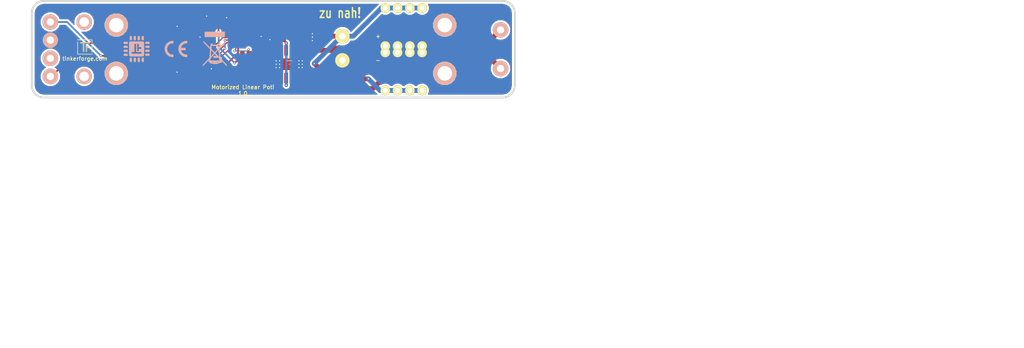
<source format=kicad_pcb>
(kicad_pcb (version 4) (host pcbnew 4.0.6-e0-6349~53~ubuntu16.04.1)
  (title_block (title "Motorized Linear Poti Bricklet") (date 2017-05-05) (rev 1.0) (company "Tinkerforge GmbH") (comment 1 "Licensed under CERN OHL v.1.1") (comment 2 "Copyright (©) 2017, L.Lauer <lukas@tinkerforge.com>"))
  (layers (0 Vorderseite signal) (31 Rückseite signal) (34 B.Paste user) (35 F.Paste user) (36 B.SilkS user) (37 F.SilkS user) (38 B.Mask user) (39 F.Mask user) (44 Edge.Cuts user))
  (net 0 "")
  (net 1 GND)
  (net 2 +5V)
  (net 3 AIN)
  (net 4 "Net-(P2-PadA)")
  (net 5 "Net-(P2-PadB)")
  (net 6 "Net-(RP1-Pad1)")
  (net 7 "Net-(RP1-Pad4)")
  (net 8 VCC)
  (net 9 "Net-(C3-Pad2)")
  (net 10 S-MISO)
  (net 11 S-MOSI)
  (net 12 S-CLK)
  (net 13 S-CS)
  (net 14 "Net-(P3-Pad2)")
  (net 15 "Net-(R1-Pad2)")
  (net 16 REV)
  (net 17 FWD)
  (net 18 "Net-(D1-Pad2)")
  (net 19 PWR)
  (net 20 "Net-(C6-Pad1)")
  (net 21 "Net-(P1-Pad4)")
  (net 22 "Net-(P1-Pad5)")
  (net 23 "Net-(P1-Pad6)")
  (module kicad-libraries:C1206 (layer Vorderseite) (at 133.3 98.15 180)
    (fp_text reference C3)
    (fp_text value TBD)
    (pad 1 smd rect (at -1.50114 0 180) (size 1.00076 1.6002) (layers Vorderseite F.Paste F.Mask) (net 1 GND))
    (pad 2 smd rect (at 1.50114 0 180) (size 1.00076 1.6002) (layers Vorderseite F.Paste F.Mask) (net 9 "Net-(C3-Pad2)"))
  )
  (module kicad-libraries:C0603E (layer Vorderseite) (at 128.8 98.65 180)
    (fp_text reference C1)
    (fp_text value 100nF)
    (pad 1 smd rect (at -0.8501 0 180) (size 1.1 1) (layers Vorderseite F.Paste F.Mask) (net 8 VCC))
    (pad 2 smd rect (at 0.8501 0 180) (size 1.1 1) (layers Vorderseite F.Paste F.Mask) (net 1 GND))
  )
  (module kicad-libraries:QFN24-4x4mm-0.5mm (layer Vorderseite) (at 120.55 98 90)
    (fp_text reference U1)
    (fp_text value XMC1XXX24)
    (pad 1 smd oval (at -2.025 -1.25 90) (size 1 0.3) (layers Vorderseite F.Paste F.Mask) (net 10 S-MISO))
    (pad 2 smd oval (at -2.025 -0.75 90) (size 1 0.3) (layers Vorderseite F.Paste F.Mask) (net 15 "Net-(R1-Pad2)"))
    (pad 3 smd oval (at -2.025 -0.25 90) (size 1 0.3) (layers Vorderseite F.Paste F.Mask) (net 3 AIN))
    (pad 4 smd oval (at -2.025 0.25 90) (size 1 0.3) (layers Vorderseite F.Paste F.Mask))
    (pad 5 smd oval (at -2.025 0.75 90) (size 1 0.3) (layers Vorderseite F.Paste F.Mask))
    (pad 6 smd oval (at -2.025 1.25 90) (size 1 0.3) (layers Vorderseite F.Paste F.Mask))
    (pad 7 smd oval (at -1.25 2.025 180) (size 1 0.3) (layers Vorderseite F.Paste F.Mask) (net 16 REV))
    (pad 8 smd oval (at -0.75 2.025 180) (size 1 0.3) (layers Vorderseite F.Paste F.Mask) (net 17 FWD))
    (pad 9 smd oval (at -0.25 2.025 180) (size 1 0.3) (layers Vorderseite F.Paste F.Mask) (net 1 GND))
    (pad 10 smd oval (at 0.25 2.025 180) (size 1 0.3) (layers Vorderseite F.Paste F.Mask) (net 8 VCC))
    (pad 11 smd oval (at 0.75 2.025 180) (size 1 0.3) (layers Vorderseite F.Paste F.Mask))
    (pad 12 smd oval (at 1.25 2.025 180) (size 1 0.3) (layers Vorderseite F.Paste F.Mask))
    (pad 13 smd oval (at 2.025 1.25 90) (size 1 0.3) (layers Vorderseite F.Paste F.Mask))
    (pad 14 smd oval (at 2.025 0.75 90) (size 1 0.3) (layers Vorderseite F.Paste F.Mask))
    (pad 15 smd oval (at 2.025 0.25 90) (size 1 0.3) (layers Vorderseite F.Paste F.Mask) (net 14 "Net-(P3-Pad2)"))
    (pad 16 smd oval (at 2.025 -0.25 90) (size 1 0.3) (layers Vorderseite F.Paste F.Mask))
    (pad 17 smd oval (at 2.025 -0.75 90) (size 1 0.3) (layers Vorderseite F.Paste F.Mask))
    (pad 18 smd oval (at 2.025 -1.25 90) (size 1 0.3) (layers Vorderseite F.Paste F.Mask))
    (pad 19 smd oval (at 1.25 -2.025 180) (size 1 0.3) (layers Vorderseite F.Paste F.Mask))
    (pad 20 smd oval (at 0.75 -2.025 180) (size 1 0.3) (layers Vorderseite F.Paste F.Mask))
    (pad 21 smd oval (at 0.25 -2.025 180) (size 1 0.3) (layers Vorderseite F.Paste F.Mask))
    (pad 22 smd oval (at -0.25 -2.025 180) (size 1 0.3) (layers Vorderseite F.Paste F.Mask) (net 13 S-CS))
    (pad 23 smd oval (at -0.75 -2.025 180) (size 1 0.3) (layers Vorderseite F.Paste F.Mask) (net 11 S-MOSI))
    (pad 24 smd oval (at -1.25 -2.025 180) (size 1 0.3) (layers Vorderseite F.Paste F.Mask) (net 12 S-CLK))
    (pad EXP smd rect (at 0.65 0.65 90) (size 1.3 1.3) (layers Vorderseite F.Paste F.Mask) (net 1 GND))
    (pad EXP smd rect (at 0.65 -0.65 90) (size 1.3 1.3) (layers Vorderseite F.Paste F.Mask) (net 1 GND))
    (pad EXP smd rect (at -0.65 0.65 90) (size 1.3 1.3) (layers Vorderseite F.Paste F.Mask) (net 1 GND))
    (pad EXP smd rect (at -0.65 -0.65 90) (size 1.3 1.3) (layers Vorderseite F.Paste F.Mask) (net 1 GND))
  )
  (module kicad-libraries:SolderJumper (layer Vorderseite) (at 119.05 94.1)
    (fp_text reference P3)
    (fp_text value BOOT)
    (pad 2 smd rect (at 0.55 0) (size 0.3 1.4) (layers Vorderseite F.Mask) (net 14 "Net-(P3-Pad2)"))
    (pad 2 smd rect (at 0.15 0) (size 0.6 0.5) (layers Vorderseite F.Mask) (net 14 "Net-(P3-Pad2)"))
    (pad 1 smd rect (at -0.5 0) (size 0.4 1.4) (layers Vorderseite F.Mask) (net 1 GND))
    (pad 1 smd rect (at -0.225 0.55) (size 0.95 0.3) (layers Vorderseite F.Mask) (net 1 GND))
    (pad 1 smd rect (at -0.225 -0.55) (size 0.95 0.3) (layers Vorderseite F.Mask) (net 1 GND))
  )
  (module kicad-libraries:CE_5mm (layer Rückseite) (at 107.5 100.6)
    (fp_text reference VAL hide)
    (fp_text value CE_5mm hide)
  )
  (module kicad-libraries:Logo_CoMCU (layer Rückseite) (at 99.3 100.6)
    (fp_text reference G*** hide)
    (fp_text value LOGO hide)
  )
  (module kicad-libraries:pin_array_4x2_388 (layer Vorderseite) (at 154.6 96.05)
    (fp_text reference P4)
    (fp_text value CONN_02X04)
    (pad 1 thru_hole circle (at -3.81 -3.935) (size 2 2) (drill 1.02) (layers *.Cu *.Mask F.SilkS) (net 19 PWR))
    (pad 3 thru_hole circle (at -1.27 -3.935) (size 2 2) (drill 1.02) (layers *.Cu *.Mask F.SilkS) (net 19 PWR))
    (pad 5 thru_hole circle (at 1.27 -3.935) (size 2 2) (drill 1.02) (layers *.Cu *.Mask F.SilkS) (net 19 PWR))
    (pad 7 thru_hole circle (at 3.81 -3.935) (size 2 2) (drill 1.02) (layers *.Cu *.Mask F.SilkS) (net 19 PWR))
    (pad 2 thru_hole circle (at -3.81 3.935) (size 2 2) (drill 1.02) (layers *.Cu *.Mask F.SilkS) (net 1 GND))
    (pad 4 thru_hole circle (at -1.27 3.935) (size 2 2) (drill 1.02) (layers *.Cu *.Mask F.SilkS) (net 1 GND))
    (pad 6 thru_hole circle (at 1.27 3.935) (size 2 2) (drill 1.02) (layers *.Cu *.Mask F.SilkS) (net 1 GND))
    (pad 8 thru_hole circle (at 3.81 3.935) (size 2 2) (drill 1.02) (layers *.Cu *.Mask F.SilkS) (net 1 GND))
  )
  (module kicad-libraries:pin_array_4x2_388 (layer Vorderseite) (at 154.6 105.25)
    (fp_text reference P5)
    (fp_text value CONN_02X04)
    (pad 1 thru_hole circle (at -3.81 -3.935) (size 2 2) (drill 1.02) (layers *.Cu *.Mask F.SilkS) (net 1 GND))
    (pad 3 thru_hole circle (at -1.27 -3.935) (size 2 2) (drill 1.02) (layers *.Cu *.Mask F.SilkS) (net 1 GND))
    (pad 5 thru_hole circle (at 1.27 -3.935) (size 2 2) (drill 1.02) (layers *.Cu *.Mask F.SilkS) (net 1 GND))
    (pad 7 thru_hole circle (at 3.81 -3.935) (size 2 2) (drill 1.02) (layers *.Cu *.Mask F.SilkS) (net 1 GND))
    (pad 2 thru_hole circle (at -3.81 3.935) (size 2 2) (drill 1.02) (layers *.Cu *.Mask F.SilkS) (net 19 PWR))
    (pad 4 thru_hole circle (at -1.27 3.935) (size 2 2) (drill 1.02) (layers *.Cu *.Mask F.SilkS) (net 19 PWR))
    (pad 6 thru_hole circle (at 1.27 3.935) (size 2 2) (drill 1.02) (layers *.Cu *.Mask F.SilkS) (net 19 PWR))
    (pad 8 thru_hole circle (at 3.81 3.935) (size 2 2) (drill 1.02) (layers *.Cu *.Mask F.SilkS) (net 19 PWR))
  )
  (module kicad-libraries:WEEE_7mm (layer Rückseite) (at 115.5 100.6)
    (fp_text reference G*** hide)
    (fp_text value LOGO hide)
  )
  (module kicad-libraries:Logo_31x31 (layer Vorderseite) (at 87 98.6)
    (fp_text reference G*** hide)
    (fp_text value Logo_31x31 hide)
  )
  (module kicad-libraries:DRILL_NP (layer Vorderseite) (at 95.1 95.65 270)
    (fp_text reference U3 hide)
    (fp_text value DRILL hide)
    (pad "" np_thru_hole circle (at 0 0 270) (size 2.99974 2.99974) (drill 2.99974) (layers *.Cu *.Mask F.SilkS) (clearance 0.89916))
  )
  (module kicad-libraries:DRILL_NP (layer Vorderseite) (at 163.1 105.65 90)
    (fp_text reference U6 hide)
    (fp_text value DRILL hide)
    (pad "" np_thru_hole circle (at 0 0 90) (size 2.99974 2.99974) (drill 2.99974) (layers *.Cu *.Mask F.SilkS) (clearance 0.89916))
  )
  (module kicad-libraries:DRILL_NP (layer Vorderseite) (at 163.1 95.65)
    (fp_text reference U5 hide)
    (fp_text value DRILL hide)
    (pad "" np_thru_hole circle (at 0 0) (size 2.99974 2.99974) (drill 2.99974) (layers *.Cu *.Mask F.SilkS) (clearance 0.89916))
  )
  (module kicad-libraries:DRILL_NP (layer Vorderseite) (at 95.1 105.65 90)
    (fp_text reference U4 hide)
    (fp_text value DRILL hide)
    (pad "" np_thru_hole circle (at 0 0 90) (size 2.99974 2.99974) (drill 2.99974) (layers *.Cu *.Mask F.SilkS) (clearance 0.89916))
  )
  (module kicad-libraries:C0603F (layer Vorderseite) (at 124.25 97.25 270)
    (fp_text reference C4)
    (fp_text value 100nF)
    (pad 1 smd rect (at -0.75 0 270) (size 0.9 0.9) (layers Vorderseite F.Paste F.Mask) (net 8 VCC))
    (pad 2 smd rect (at 0.75 0 270) (size 0.9 0.9) (layers Vorderseite F.Paste F.Mask) (net 1 GND))
  )
  (module kicad-libraries:C0603F (layer Vorderseite) (at 115.5 93.8 180)
    (fp_text reference C5)
    (fp_text value 1µF)
    (pad 1 smd rect (at -0.75 0 180) (size 0.9 0.9) (layers Vorderseite F.Paste F.Mask) (net 8 VCC))
    (pad 2 smd rect (at 0.75 0 180) (size 0.9 0.9) (layers Vorderseite F.Paste F.Mask) (net 1 GND))
  )
  (module kicad-libraries:C0402E (layer Vorderseite) (at 113.8 103.7 315)
    (fp_text reference C6)
    (fp_text value TBD)
    (pad 1 smd rect (at -0.65 0 315) (size 0.7 0.9) (layers Vorderseite F.Paste F.Mask) (net 20 "Net-(C6-Pad1)"))
    (pad 2 smd rect (at 0.65 0 315) (size 0.7 0.9) (layers Vorderseite F.Paste F.Mask) (net 1 GND))
  )
  (module kicad-libraries:AKL_5_2 (layer Vorderseite) (at 141.9 100.45 270)
    (fp_text reference J1)
    (fp_text value AKL_5_2)
    (pad 1 thru_hole circle (at -2.49936 0 270) (size 2.99974 2.99974) (drill 1.30048) (layers *.Cu *.Mask F.SilkS) (net 19 PWR))
    (pad 2 thru_hole circle (at 2.49936 0 270) (size 2.99974 2.99974) (drill 1.30048) (layers *.Cu *.Mask F.SilkS) (net 1 GND))
  )
  (module kicad-libraries:C0603E (layer Vorderseite) (at 111.95 93.65 90)
    (fp_text reference L1)
    (fp_text value INDUCT)
    (pad 1 smd rect (at -0.8501 0 90) (size 1.1 1) (layers Vorderseite F.Paste F.Mask) (net 2 +5V))
    (pad 2 smd rect (at 0.8501 0 90) (size 1.1 1) (layers Vorderseite F.Paste F.Mask) (net 9 "Net-(C3-Pad2)"))
  )
  (module kicad-libraries:C0603E (layer Vorderseite) (at 134 95.75 180)
    (fp_text reference L2)
    (fp_text value INDUCT)
    (pad 1 smd rect (at -0.8501 0 180) (size 1.1 1) (layers Vorderseite F.Paste F.Mask) (net 19 PWR))
    (pad 2 smd rect (at 0.8501 0 180) (size 1.1 1) (layers Vorderseite F.Paste F.Mask) (net 9 "Net-(C3-Pad2)"))
  )
  (module kicad-libraries:CON-SENSOR2 (layer Vorderseite) (at 106.5 100.65 270)
    (fp_text reference P1)
    (fp_text value CON-SENSOR2)
    (pad 1 smd rect (at -3.75 -4.6 270) (size 0.6 1.8) (layers Vorderseite F.Paste F.Mask) (net 2 +5V))
    (pad 2 smd rect (at -2.5 -4.6 270) (size 0.6 1.8) (layers Vorderseite F.Paste F.Mask) (net 1 GND))
    (pad EP smd rect (at -5.9 -1.2 270) (size 1.4 2.4) (layers Vorderseite F.Paste F.Mask) (net 1 GND))
    (pad EP smd rect (at 5.9 -1.2 270) (size 1.4 2.4) (layers Vorderseite F.Paste F.Mask) (net 1 GND))
    (pad 3 smd rect (at -1.25 -4.6 270) (size 0.6 1.8) (layers Vorderseite F.Paste F.Mask) (net 8 VCC))
    (pad 4 smd rect (at 0 -4.6 270) (size 0.6 1.8) (layers Vorderseite F.Paste F.Mask) (net 21 "Net-(P1-Pad4)"))
    (pad 5 smd rect (at 1.25 -4.6 270) (size 0.6 1.8) (layers Vorderseite F.Paste F.Mask) (net 22 "Net-(P1-Pad5)"))
    (pad 6 smd rect (at 2.5 -4.6 270) (size 0.6 1.8) (layers Vorderseite F.Paste F.Mask) (net 23 "Net-(P1-Pad6)"))
    (pad 7 smd rect (at 3.75 -4.6 270) (size 0.6 1.8) (layers Vorderseite F.Paste F.Mask) (net 20 "Net-(C6-Pad1)"))
  )
  (module kicad-libraries:R0603F (layer Vorderseite) (at 122.55 102.25 90)
    (fp_text reference R1)
    (fp_text value 1k)
    (pad 1 smd rect (at -0.75 0 90) (size 0.9 0.9) (layers Vorderseite F.Paste F.Mask) (net 18 "Net-(D1-Pad2)"))
    (pad 2 smd rect (at 0.75 0 90) (size 0.9 0.9) (layers Vorderseite F.Paste F.Mask) (net 15 "Net-(R1-Pad2)"))
  )
  (module kicad-libraries:4X0603 (layer Vorderseite) (at 125.85 101.45 270)
    (fp_text reference RP1)
    (fp_text value 1k)
    (pad 1 smd rect (at -1.19888 -0.8509 270) (size 0.44958 0.89916) (layers Vorderseite F.Paste F.Mask) (net 6 "Net-(RP1-Pad1)"))
    (pad 2 smd rect (at -0.39878 -0.8509 270) (size 0.44958 0.89916) (layers Vorderseite F.Paste F.Mask))
    (pad 3 smd rect (at 0.39878 -0.8509 270) (size 0.44958 0.89916) (layers Vorderseite F.Paste F.Mask))
    (pad 4 smd rect (at 1.19888 -0.8509 270) (size 0.44958 0.89916) (layers Vorderseite F.Paste F.Mask) (net 7 "Net-(RP1-Pad4)"))
    (pad 5 smd rect (at 1.19888 0.8509 270) (size 0.44958 0.89916) (layers Vorderseite F.Paste F.Mask) (net 16 REV))
    (pad 6 smd rect (at 0.39878 0.8509 270) (size 0.44958 0.89916) (layers Vorderseite F.Paste F.Mask))
    (pad 7 smd rect (at -0.39878 0.8509 270) (size 0.44958 0.89916) (layers Vorderseite F.Paste F.Mask))
    (pad 8 smd rect (at -1.19888 0.8509 270) (size 0.44958 0.89916) (layers Vorderseite F.Paste F.Mask) (net 17 FWD))
  )
  (module kicad-libraries:4X0402 (layer Vorderseite) (at 115.1 101.4 270)
    (fp_text reference RP3)
    (fp_text value TBD)
    (pad 1 smd rect (at -0.7493 0.575 90) (size 0.29972 0.65) (layers Vorderseite F.Paste F.Mask) (net 21 "Net-(P1-Pad4)"))
    (pad 2 smd rect (at -0.24892 0.575 90) (size 0.29972 0.65) (layers Vorderseite F.Paste F.Mask) (net 22 "Net-(P1-Pad5)"))
    (pad 3 smd rect (at 0.24892 0.575 90) (size 0.29972 0.65) (layers Vorderseite F.Paste F.Mask) (net 23 "Net-(P1-Pad6)"))
    (pad 4 smd rect (at 0.7493 0.575 90) (size 0.29972 0.65) (layers Vorderseite F.Paste F.Mask) (net 20 "Net-(C6-Pad1)"))
    (pad 5 smd rect (at 0.7493 -0.575 270) (size 0.29972 0.65) (layers Vorderseite F.Paste F.Mask) (net 10 S-MISO))
    (pad 6 smd rect (at 0.24892 -0.575 270) (size 0.29972 0.65) (layers Vorderseite F.Paste F.Mask) (net 11 S-MOSI))
    (pad 7 smd rect (at -0.24892 -0.575 270) (size 0.29972 0.65) (layers Vorderseite F.Paste F.Mask) (net 12 S-CLK))
    (pad 8 smd rect (at -0.7493 -0.575 270) (size 0.29972 0.65) (layers Vorderseite F.Paste F.Mask) (net 13 S-CS))
  )
  (module kicad-libraries:SO-8-EP (layer Vorderseite) (at 130.9 103.75 180)
    (fp_text reference U2 (at 0 0 180) (layer F.SilkS) (effects (font (size 0.15 0.15) (thickness 0.0375))))
    (fp_text value ZXBM5210 (at 0 0.7 180) (layer F.SilkS) (effects (font (size 0.15 0.15) (thickness 0.0375))))
    (pad 1 smd rect (at -1.90246 2.86766) (size 0.79756 2.19964) (layers Vorderseite F.Paste F.Mask) (net 4 "Net-(P2-PadA)"))
    (pad 2 smd rect (at -0.63246 2.86766) (size 0.79756 2.19964) (layers Vorderseite F.Paste F.Mask) (net 9 "Net-(C3-Pad2)"))
    (pad 3 smd rect (at 0.63246 2.86766) (size 0.79756 2.19964) (layers Vorderseite F.Paste F.Mask) (net 8 VCC))
    (pad 4 smd rect (at 1.90246 2.86766) (size 0.79756 2.19964) (layers Vorderseite F.Paste F.Mask) (net 6 "Net-(RP1-Pad1)"))
    (pad 5 smd rect (at 1.90246 -2.86766 180) (size 0.79756 2.19964) (layers Vorderseite F.Paste F.Mask) (net 7 "Net-(RP1-Pad4)"))
    (pad 6 smd rect (at 0.63246 -2.86766 180) (size 0.79756 2.19964) (layers Vorderseite F.Paste F.Mask) (net 8 VCC))
    (pad 7 smd rect (at -0.63246 -2.86766 180) (size 0.79756 2.19964) (layers Vorderseite F.Paste F.Mask) (net 5 "Net-(P2-PadB)"))
    (pad 8 smd rect (at -1.90246 -2.86766 180) (size 0.79756 2.19964) (layers Vorderseite F.Paste F.Mask) (net 1 GND))
    (pad EP smd rect (at 0 0 180) (size 3.3 2.4) (layers Vorderseite F.Paste F.Mask) (net 1 GND))
  )
  (module kicad-libraries:Fiducial_Mark (layer Vorderseite) (at 100.6 93.6)
    (fp_text reference Fiducial_Mark hide)
    (fp_text value VAL** hide)
    (pad 1 smd circle (at 0 0) (size 1.00076 1.00076) (layers Vorderseite F.Paste F.Mask) (clearance 0.65024))
  )
  (module kicad-libraries:Fiducial_Mark (layer Vorderseite) (at 100.6 106.6)
    (fp_text reference Fiducial_Mark hide)
    (fp_text value VAL** hide)
    (pad 1 smd circle (at 0 0) (size 1.00076 1.00076) (layers Vorderseite F.Paste F.Mask) (clearance 0.65024))
  )
  (module kicad-libraries:Fiducial_Mark (layer Vorderseite) (at 173.6 93.6)
    (fp_text reference Fiducial_Mark hide)
    (fp_text value VAL** hide)
    (pad 1 smd circle (at 0 0) (size 1.00076 1.00076) (layers Vorderseite F.Paste F.Mask) (clearance 0.65024))
  )
  (module kicad-libraries:D0603F (layer Vorderseite) (at 121.2 102.3 90)
    (fp_text reference D1)
    (fp_text value blue)
    (pad 1 smd rect (at -0.75 0 90) (size 0.9 0.9) (layers Vorderseite F.Paste F.Mask) (net 8 VCC))
    (pad 2 smd rect (at 0.75 0 90) (size 0.9 0.9) (layers Vorderseite F.Paste F.Mask) (net 18 "Net-(D1-Pad2)"))
  )
  (module kicad-libraries:C0805 (layer Vorderseite) (at 113.4 98.35 90)
    (fp_text reference C2)
    (fp_text value 10µF)
    (pad 1 smd rect (at -1.00076 0 90) (size 1.00076 1.24968) (layers Vorderseite F.Paste F.Mask) (net 8 VCC) (clearance 0.14986))
    (pad 2 smd rect (at 1.00076 0 90) (size 1.00076 1.24968) (layers Vorderseite F.Paste F.Mask) (net 1 GND) (clearance 0.14986))
  )
  (module kicad-libraries:MOTORIZED_POTI (layer Rückseite) (at 145.1 100.65)
    (fp_text reference P2)
    (fp_text value MOTORIZED_POTI)
    (pad 1 thru_hole circle (at -63.65 5.625) (size 3.2 3.2) (drill 1.5) (layers *.Cu *.Mask B.SilkS) (net 8 VCC))
    (pad 2 thru_hole circle (at -63.65 1.875) (size 3.2 3.2) (drill 1.5) (layers *.Cu *.Mask B.SilkS))
    (pad 3 thru_hole circle (at -63.65 -1.875) (size 3.2 3.2) (drill 1.5) (layers *.Cu *.Mask B.SilkS) (net 1 GND))
    (pad 4 thru_hole circle (at -63.65 -5.625) (size 3.2 3.2) (drill 1.5) (layers *.Cu *.Mask B.SilkS) (net 3 AIN))
    (pad "" thru_hole circle (at -56.65 5.625) (size 3.2 3.2) (drill 2) (layers *.Cu *.Mask B.SilkS))
    (pad "" thru_hole circle (at -56.65 -5.625) (size 3.2 3.2) (drill 2) (layers *.Cu *.Mask B.SilkS))
    (pad A thru_hole circle (at 29.55 -4) (size 3.2 3.2) (drill 1.5) (layers *.Cu *.Mask B.SilkS) (net 4 "Net-(P2-PadA)"))
    (pad B thru_hole circle (at 29.55 4) (size 3.2 3.2) (drill 1.5) (layers *.Cu *.Mask B.SilkS) (net 5 "Net-(P2-PadB)"))
  )
  (gr_text "zu nah!" (at 141.425 93.15) (layer F.SilkS) (effects (font (size 2.032 1.524) (thickness 0.3048))))
  (gr_line (start 77.6 93.15) (end 77.6 108.15) (angle 90) (layer Edge.Cuts) (width 0.381))
  (gr_line (start 177.6 93.15) (end 177.6 108.15) (angle 90) (layer Edge.Cuts) (width 0.381))
  (gr_text - (at 149.3 102.95) (layer F.SilkS) (effects (font (size 0.8001 0.8001) (thickness 0.14986))))
  (gr_text + (at 149.3 97.95) (layer F.SilkS) (effects (font (size 0.8001 0.8001) (thickness 0.14986))))
  (gr_arc (start 80.1 108.15) (end 80.1 110.65) (angle 90) (layer Edge.Cuts) (width 0.381))
  (gr_line (start 175.1 110.65) (end 80.1 110.65) (angle 90) (layer Edge.Cuts) (width 0.381))
  (gr_arc (start 80.1 93.15) (end 77.6 93.15) (angle 90) (layer Edge.Cuts) (width 0.381))
  (gr_line (start 175.1 90.65) (end 80.1 90.65) (angle 90) (layer Edge.Cuts) (width 0.381))
  (gr_arc (start 175.1 108.15) (end 177.6 108.15) (angle 90) (layer Edge.Cuts) (width 0.381))
  (gr_arc (start 175.1 93.15) (end 175.1 90.65) (angle 90) (layer Edge.Cuts) (width 0.381))
  (gr_text tinkerforge.com (at 88.6 102.6) (layer F.SilkS) (effects (font (size 0.8001 0.8001) (thickness 0.14986))))
  (gr_text "Motorized Linear Poti\n1.0" (at 121.3 109.15) (layer F.SilkS) (effects (font (size 0.8001 0.8001) (thickness 0.14986))))
  (segment (start 124.25 98) (end 125.1 98) (width 0.5) (layer Vorderseite) (net 1))
  (via (at 125.1 98) (size 0.70104) (drill 0.24892) (layers Vorderseite Rückseite) (net 1))
  (segment (start 118.825 93.55) (end 118.775 93.6) (width 0.2) (layer Vorderseite) (net 1))
  (segment (start 118.775 93.6) (end 118.6 93.6) (width 0.2) (layer Vorderseite) (net 1))
  (segment (start 118.6 93.6) (end 118.55 94.1) (width 0.2) (layer Vorderseite) (net 1))
  (segment (start 118.55 94.1) (end 118.6 94.05) (width 0.2) (layer Vorderseite) (net 1))
  (segment (start 118.6 94.05) (end 118.6 93.6) (width 0.2) (layer Vorderseite) (net 1))
  (segment (start 118.6 93.6) (end 118.55 94.1) (width 0.2) (layer Vorderseite) (net 1))
  (segment (start 118.825 94.65) (end 118.775 94.6) (width 0.2) (layer Vorderseite) (net 1))
  (segment (start 118.775 94.6) (end 118.6 94.6) (width 0.2) (layer Vorderseite) (net 1))
  (segment (start 118.6 94.6) (end 118.6 94.1) (width 0.2) (layer Vorderseite) (net 1))
  (segment (start 118.6 94.1) (end 118.55 94.1) (width 0.2) (layer Vorderseite) (net 1))
  (segment (start 107.7 106.55) (end 107.7 105.4) (width 0.5) (layer Vorderseite) (net 1))
  (via (at 107.7 105.4) (size 0.5) (drill 0.25) (layers Vorderseite Rückseite) (net 1))
  (segment (start 107.7 94.75) (end 107.7 95.9) (width 0.5) (layer Vorderseite) (net 1))
  (via (at 107.7 95.9) (size 0.5) (drill 0.25) (layers Vorderseite Rückseite) (net 1))
  (segment (start 114.259619 104.159619) (end 114.8 104.7) (width 0.5) (layer Vorderseite) (net 1))
  (via (at 114.8 104.7) (size 0.5) (drill 0.25) (layers Vorderseite Rückseite) (net 1))
  (segment (start 113.4 97.4999) (end 113.1001 97.4999) (width 0.5) (layer Vorderseite) (net 1))
  (segment (start 113.1001 97.4999) (end 112.45 98.15) (width 0.5) (layer Vorderseite) (net 1))
  (segment (start 111.1 98.15) (end 112.45 98.15) (width 0.5) (layer Vorderseite) (net 1))
  (via (at 112.45 98.15) (size 0.5) (drill 0.25) (layers Vorderseite Rückseite) (net 1))
  (segment (start 114.75 93.8) (end 113.8 93.8) (width 0.5) (layer Vorderseite) (net 1))
  (via (at 113.8 93.8) (size 0.5) (drill 0.25) (layers Vorderseite Rückseite) (net 1))
  (segment (start 122.575 98.25) (end 124 98.25) (width 0.25) (layer Vorderseite) (net 1))
  (segment (start 124 98.25) (end 124.25 98) (width 0.25) (layer Vorderseite) (net 1))
  (segment (start 118.55 94.1) (end 117.95 94.1) (width 0.25) (layer Vorderseite) (net 1))
  (via (at 117.95 94.1) (size 0.5) (drill 0.25) (layers Vorderseite Rückseite) (net 1))
  (segment (start 122.575 98.25) (end 121.6 98.25) (width 0.25) (layer Vorderseite) (net 1))
  (segment (start 121.6 98.25) (end 121.2 98.65) (width 0.25) (layer Vorderseite) (net 1))
  (segment (start 121.2 97.35) (end 119.9 97.35) (width 0.35052) (layer Vorderseite) (net 1))
  (segment (start 119.9 97.35) (end 119.9 98.65) (width 0.35052) (layer Vorderseite) (net 1))
  (segment (start 119.9 98.65) (end 121.2 98.65) (width 0.35052) (layer Vorderseite) (net 1))
  (segment (start 121.2 98.65) (end 121.2 97.35) (width 0.35052) (layer Vorderseite) (net 1))
  (segment (start 134.80114 98.15) (end 134.80114 98.15114) (width 0.8001) (layer Vorderseite) (net 1))
  (segment (start 134.80114 98.15114) (end 135.5 98.85) (width 0.8001) (layer Vorderseite) (net 1))
  (via (at 135.7 98.85) (size 0.70104) (layers Vorderseite Rückseite) (net 1))
  (segment (start 135.5 98.85) (end 135.7 98.85) (width 0.8001) (layer Vorderseite) (net 1))
  (segment (start 134.80114 98.15) (end 134.80114 98.04886) (width 0.8001) (layer Vorderseite) (net 1))
  (segment (start 134.80114 98.04886) (end 135.4 97.45) (width 0.8001) (layer Vorderseite) (net 1))
  (via (at 135.7 97.45) (size 0.70104) (layers Vorderseite Rückseite) (net 1))
  (segment (start 135.4 97.45) (end 135.7 97.45) (width 0.8001) (layer Vorderseite) (net 1))
  (segment (start 134.80114 98.15) (end 135.7 98.15) (width 0.8001) (layer Vorderseite) (net 1))
  (via (at 135.7 98.15) (size 0.70104) (layers Vorderseite Rückseite) (net 1))
  (segment (start 127.9499 98.65) (end 126.9 98.65) (width 0.8001) (layer Vorderseite) (net 1))
  (via (at 126.9 98.65) (size 0.70104) (layers Vorderseite Rückseite) (net 1))
  (segment (start 132.80246 106.61766) (end 132.80246 104.54754) (width 0.8001) (layer Vorderseite) (net 1))
  (via (at 132.9 104.45) (size 0.70104) (layers Vorderseite Rückseite) (net 1))
  (segment (start 132.80246 104.54754) (end 132.9 104.45) (width 0.8001) (layer Vorderseite) (net 1))
  (segment (start 132.9 104.45) (end 132.9 103.75) (width 0.8001) (layer Vorderseite) (net 1))
  (segment (start 133.6 104.45) (end 133.6 103.75) (width 0.8001) (layer Vorderseite) (net 1))
  (via (at 133.6 103.75) (size 0.70104) (layers Vorderseite Rückseite) (net 1))
  (segment (start 133.6 103.05) (end 132.9 103.05) (width 0.8001) (layer Vorderseite) (net 1))
  (via (at 132.9 103.05) (size 0.70104) (layers Vorderseite Rückseite) (net 1))
  (segment (start 130.9 103.75) (end 132.9 103.75) (width 0.8001) (layer Vorderseite) (net 1))
  (via (at 132.9 103.75) (size 0.70104) (layers Vorderseite Rückseite) (net 1))
  (segment (start 132.9 103.05) (end 132.9 103.75) (width 0.8001) (layer Vorderseite) (net 1))
  (via (at 133.6 103.05) (size 0.70104) (layers Vorderseite Rückseite) (net 1))
  (segment (start 133.6 103.75) (end 133.6 103.05) (width 0.8001) (layer Vorderseite) (net 1))
  (via (at 133.6 104.45) (size 0.70104) (layers Vorderseite Rückseite) (net 1))
  (segment (start 132.9 104.45) (end 133.6 104.45) (width 0.8001) (layer Vorderseite) (net 1))
  (segment (start 128.2 103.05) (end 128.9 103.05) (width 0.8001) (layer Vorderseite) (net 1))
  (segment (start 130.9 103.75) (end 128.9 103.75) (width 0.8001) (layer Vorderseite) (net 1))
  (via (at 128.9 103.05) (size 0.70104) (layers Vorderseite Rückseite) (net 1))
  (segment (start 128.9 103.75) (end 128.9 103.05) (width 0.8001) (layer Vorderseite) (net 1))
  (via (at 128.2 103.05) (size 0.70104) (layers Vorderseite Rückseite) (net 1))
  (segment (start 128.2 103.75) (end 128.2 104.45) (width 0.8001) (layer Vorderseite) (net 1))
  (via (at 128.2 104.45) (size 0.70104) (layers Vorderseite Rückseite) (net 1))
  (via (at 128.9 103.75) (size 0.70104) (layers Vorderseite Rückseite) (net 1))
  (segment (start 128.9 104.45) (end 128.9 103.75) (width 0.8001) (layer Vorderseite) (net 1))
  (via (at 128.9 104.45) (size 0.70104) (layers Vorderseite Rückseite) (net 1))
  (segment (start 128.2 104.45) (end 128.9 104.45) (width 0.8001) (layer Vorderseite) (net 1))
  (via (at 128.2 103.75) (size 0.70104) (layers Vorderseite Rückseite) (net 1))
  (segment (start 128.2 103.05) (end 128.2 103.75) (width 0.8001) (layer Vorderseite) (net 1))
  (segment (start 111.1 96.9) (end 111.1 96.3) (width 0.8001) (layer Vorderseite) (net 2))
  (segment (start 111.95 95.45) (end 111.95 94.5001) (width 0.8001) (layer Vorderseite) (net 2))
  (segment (start 111.1 96.3) (end 111.95 95.45) (width 0.8001) (layer Vorderseite) (net 2))
  (segment (start 106.3 102) (end 109.6 105.3) (width 0.35052) (layer Vorderseite) (net 3))
  (segment (start 120.3 101.4) (end 120.3 100.025) (width 0.35052) (layer Vorderseite) (net 3))
  (segment (start 116.4 105.3) (end 120.3 101.4) (width 0.35052) (layer Vorderseite) (net 3))
  (segment (start 109.6 105.3) (end 116.4 105.3) (width 0.35052) (layer Vorderseite) (net 3))
  (segment (start 84.925 95.025) (end 91.9 102) (width 0.35052) (layer Rückseite) (net 3))
  (via (at 91.9 102) (size 0.5) (drill 0.25) (layers Vorderseite Rückseite) (net 3))
  (segment (start 91.9 102) (end 106.3 102) (width 0.35052) (layer Vorderseite) (net 3))
  (segment (start 81.45 95.025) (end 84.925 95.025) (width 0.35052) (layer Rückseite) (net 3))
  (segment (start 132.80246 100.88234) (end 139.56766 100.88234) (width 1.00076) (layer Vorderseite) (net 4))
  (segment (start 171.25 100.05) (end 174.65 96.65) (width 1.00076) (layer Vorderseite) (net 4))
  (segment (start 161.5 100.05) (end 171.25 100.05) (width 1.00076) (layer Vorderseite) (net 4))
  (segment (start 158.85 97.4) (end 161.5 100.05) (width 1.00076) (layer Vorderseite) (net 4))
  (segment (start 148.1 97.4) (end 158.85 97.4) (width 1.00076) (layer Vorderseite) (net 4))
  (segment (start 145.1 100.4) (end 148.1 97.4) (width 1.00076) (layer Vorderseite) (net 4))
  (segment (start 140.05 100.4) (end 145.1 100.4) (width 1.00076) (layer Vorderseite) (net 4))
  (segment (start 139.56766 100.88234) (end 140.05 100.4) (width 1.00076) (layer Vorderseite) (net 4))
  (segment (start 174.65 96.65) (end 173.6 96.65) (width 1.00076) (layer Vorderseite) (net 4))
  (segment (start 131.53246 106.61766) (end 131.53246 108.28246) (width 1.00076) (layer Vorderseite) (net 5))
  (segment (start 171.7 101.7) (end 174.65 104.65) (width 1.00076) (layer Vorderseite) (net 5))
  (segment (start 161.5 101.7) (end 171.7 101.7) (width 1.00076) (layer Vorderseite) (net 5))
  (segment (start 159.75 103.45) (end 161.5 101.7) (width 1.00076) (layer Vorderseite) (net 5))
  (segment (start 153.55 103.45) (end 159.75 103.45) (width 1.00076) (layer Vorderseite) (net 5))
  (segment (start 148.2 108.8) (end 153.55 103.45) (width 1.00076) (layer Vorderseite) (net 5))
  (segment (start 132.05 108.8) (end 148.2 108.8) (width 1.00076) (layer Vorderseite) (net 5))
  (segment (start 131.53246 108.28246) (end 132.05 108.8) (width 1.00076) (layer Vorderseite) (net 5))
  (segment (start 174.65 104.65) (end 173.9 104.65) (width 1.00076) (layer Vorderseite) (net 5))
  (segment (start 126.7009 100.25112) (end 128.36632 100.25112) (width 0.35052) (layer Vorderseite) (net 6))
  (segment (start 128.36632 100.25112) (end 128.99754 100.88234) (width 0.35052) (layer Vorderseite) (net 6))
  (segment (start 126.7009 102.64888) (end 126.7009 105.5509) (width 0.35052) (layer Vorderseite) (net 7))
  (segment (start 127.76766 106.61766) (end 128.99754 106.61766) (width 0.35052) (layer Vorderseite) (net 7))
  (segment (start 126.7009 105.5509) (end 127.76766 106.61766) (width 0.35052) (layer Vorderseite) (net 7))
  (segment (start 130.26754 106.61766) (end 130.26754 108.06754) (width 0.5) (layer Vorderseite) (net 8))
  (segment (start 130.3 99.4) (end 130.26754 99.4) (width 0.5) (layer Vorderseite) (net 8))
  (via (at 130.3 99.4) (size 0.70104) (drill 0.24892) (layers Vorderseite Rückseite) (net 8))
  (segment (start 130.3 108.1) (end 130.3 99.4) (width 0.5) (layer Rückseite) (net 8))
  (via (at 130.3 108.1) (size 0.70104) (drill 0.24892) (layers Vorderseite Rückseite) (net 8))
  (segment (start 130.26754 108.06754) (end 130.3 108.1) (width 0.5) (layer Vorderseite) (net 8))
  (segment (start 116.25 97) (end 116.25 97.05) (width 0.35052) (layer Vorderseite) (net 8))
  (via (at 116.25 97.05) (size 0.5) (drill 0.25) (layers Vorderseite Rückseite) (net 8))
  (segment (start 119.9499 103.1501) (end 121.2 103.1501) (width 0.35052) (layer Vorderseite) (net 8))
  (segment (start 119.6 103.5) (end 119.9499 103.1501) (width 0.35052) (layer Vorderseite) (net 8))
  (via (at 119.6 103.5) (size 0.5) (drill 0.25) (layers Vorderseite Rückseite) (net 8))
  (segment (start 116.3 100.2) (end 119.6 103.5) (width 0.35052) (layer Rückseite) (net 8))
  (segment (start 116.3 97) (end 116.3 100.2) (width 0.35052) (layer Rückseite) (net 8))
  (segment (start 116.25 97.05) (end 116.3 97) (width 0.35052) (layer Rückseite) (net 8))
  (segment (start 81.45 106.275) (end 81.725 106.275) (width 0.35052) (layer Vorderseite) (net 8))
  (segment (start 81.725 106.275) (end 88.6 99.4) (width 0.35052) (layer Vorderseite) (net 8))
  (segment (start 88.6 99.4) (end 111.1 99.4) (width 0.35052) (layer Vorderseite) (net 8))
  (segment (start 113.4 99.1) (end 114.2 99.1) (width 0.35052) (layer Vorderseite) (net 8))
  (segment (start 116.25 97) (end 116.25 93.8) (width 0.35052) (layer Vorderseite) (net 8))
  (segment (start 114.2 99.1) (end 116.25 97.05) (width 0.35052) (layer Vorderseite) (net 8))
  (segment (start 116.25 93.8) (end 116.925502 93.8) (width 0.35052) (layer Vorderseite) (net 8))
  (segment (start 123.925502 93.025502) (end 125.7 94.8) (width 0.35052) (layer Vorderseite) (net 8))
  (segment (start 117.7 93.025502) (end 123.925502 93.025502) (width 0.35052) (layer Vorderseite) (net 8))
  (segment (start 116.925502 93.8) (end 117.7 93.025502) (width 0.35052) (layer Vorderseite) (net 8))
  (segment (start 124.25 96.5) (end 124.25 96.25) (width 0.5) (layer Vorderseite) (net 8))
  (segment (start 124.25 96.25) (end 125.7 94.8) (width 0.5) (layer Vorderseite) (net 8))
  (segment (start 125.7 94.8) (end 125.75005 94.74995) (width 0.5) (layer Vorderseite) (net 8))
  (segment (start 125.75005 94.74995) (end 129.6501 98.65) (width 0.5) (layer Vorderseite) (net 8))
  (segment (start 122.575 97.75) (end 123.1 97.75) (width 0.25) (layer Vorderseite) (net 8))
  (segment (start 123.45 96.85) (end 123.8 96.5) (width 0.25) (layer Vorderseite) (net 8))
  (segment (start 123.45 97.4) (end 123.45 96.85) (width 0.25) (layer Vorderseite) (net 8))
  (segment (start 123.1 97.75) (end 123.45 97.4) (width 0.25) (layer Vorderseite) (net 8))
  (segment (start 123.8 96.5) (end 124.25 96.5) (width 0.25) (layer Vorderseite) (net 8))
  (segment (start 130.26754 100.88234) (end 130.26754 99.4) (width 0.45) (layer Vorderseite) (net 8))
  (segment (start 130.26754 99.4) (end 130.26754 99.26744) (width 0.45) (layer Vorderseite) (net 8))
  (segment (start 130.26754 99.26744) (end 129.6501 98.65) (width 0.45) (layer Vorderseite) (net 8))
  (segment (start 111.1 99.4) (end 113.2001 99.4) (width 0.45) (layer Vorderseite) (net 8))
  (segment (start 113.2001 99.4) (end 113.4 99.2001) (width 0.45) (layer Vorderseite) (net 8))
  (segment (start 111.95 92.7999) (end 111.95 92.25) (width 1.00076) (layer Vorderseite) (net 9))
  (segment (start 111.95 92.25) (end 112 92.2) (width 1.00076) (layer Vorderseite) (net 9))
  (segment (start 132.175 95.975) (end 132.175 95.75) (width 1.00076) (layer Vorderseite) (net 9))
  (segment (start 128.4 92.2) (end 132.175 95.975) (width 1.00076) (layer Vorderseite) (net 9))
  (segment (start 112 92.2) (end 128.4 92.2) (width 1.00076) (layer Vorderseite) (net 9))
  (segment (start 131.53246 100.88234) (end 131.53246 99.41754) (width 1.00076) (layer Vorderseite) (net 9))
  (segment (start 131.79886 99.15114) (end 131.79886 98.15) (width 1.00076) (layer Vorderseite) (net 9))
  (segment (start 131.53246 99.41754) (end 131.79886 99.15114) (width 1.00076) (layer Vorderseite) (net 9))
  (segment (start 133.1499 95.75) (end 132.175 95.75) (width 1.00076) (layer Vorderseite) (net 9))
  (segment (start 132.175 95.75) (end 132.4 95.75) (width 1.00076) (layer Vorderseite) (net 9))
  (segment (start 131.79886 96.35114) (end 131.79886 98.15) (width 1.00076) (layer Vorderseite) (net 9))
  (segment (start 132.4 95.75) (end 131.79886 96.35114) (width 1.00076) (layer Vorderseite) (net 9))
  (segment (start 115.675 102.1493) (end 116.9507 102.1493) (width 0.25) (layer Vorderseite) (net 10))
  (segment (start 119.075 100.025) (end 119.3 100.025) (width 0.25) (layer Vorderseite) (net 10))
  (segment (start 116.9507 102.1493) (end 119.075 100.025) (width 0.25) (layer Vorderseite) (net 10))
  (segment (start 115.675 101.64892) (end 116.45108 101.64892) (width 0.25) (layer Vorderseite) (net 11))
  (segment (start 117.65 98.75) (end 118.525 98.75) (width 0.25) (layer Vorderseite) (net 11))
  (segment (start 117.6 98.8) (end 117.65 98.75) (width 0.25) (layer Vorderseite) (net 11))
  (via (at 117.6 98.8) (size 0.5) (drill 0.25) (layers Vorderseite Rückseite) (net 11))
  (segment (start 117.6 100.5) (end 117.6 98.8) (width 0.25) (layer Rückseite) (net 11))
  (via (at 117.6 100.5) (size 0.5) (drill 0.25) (layers Vorderseite Rückseite) (net 11))
  (segment (start 116.45108 101.64892) (end 117.6 100.5) (width 0.25) (layer Vorderseite) (net 11))
  (segment (start 115.675 101.15108) (end 116.14892 101.15108) (width 0.25) (layer Vorderseite) (net 12))
  (segment (start 116.14892 101.15108) (end 118.05 99.25) (width 0.25) (layer Vorderseite) (net 12))
  (segment (start 118.05 99.25) (end 118.525 99.25) (width 0.25) (layer Vorderseite) (net 12))
  (segment (start 115.675 100.6507) (end 115.675 99.725) (width 0.25) (layer Vorderseite) (net 13))
  (segment (start 117.15 98.25) (end 118.525 98.25) (width 0.25) (layer Vorderseite) (net 13))
  (segment (start 115.675 99.725) (end 117.15 98.25) (width 0.25) (layer Vorderseite) (net 13))
  (segment (start 119.2 94.1) (end 119.6 94.1) (width 0.2) (layer Vorderseite) (net 14))
  (segment (start 119.2 94.1) (end 120.4 94.1) (width 0.25) (layer Vorderseite) (net 14))
  (segment (start 120.8 94.5) (end 120.8 95.975) (width 0.25) (layer Vorderseite) (net 14))
  (segment (start 120.4 94.1) (end 120.8 94.5) (width 0.25) (layer Vorderseite) (net 14))
  (segment (start 122.55 101.5) (end 122.55 100.75) (width 0.2) (layer Vorderseite) (net 15))
  (segment (start 119.8 100.8) (end 119.6 101) (width 0.2) (layer Vorderseite) (net 15))
  (via (at 119.6 101) (size 0.5) (drill 0.25) (layers Vorderseite Rückseite) (net 15))
  (segment (start 119.8 100.8) (end 119.8 100.025) (width 0.2) (layer Vorderseite) (net 15))
  (segment (start 122.2 101) (end 119.6 101) (width 0.2) (layer Rückseite) (net 15))
  (segment (start 122.5 100.7) (end 122.2 101) (width 0.2) (layer Rückseite) (net 15))
  (via (at 122.5 100.7) (size 0.5) (drill 0.25) (layers Vorderseite Rückseite) (net 15))
  (segment (start 122.55 100.75) (end 122.5 100.7) (width 0.2) (layer Vorderseite) (net 15))
  (segment (start 122.575 99.25) (end 123 99.25) (width 0.25) (layer Vorderseite) (net 16))
  (segment (start 123 99.25) (end 123.8 100.05) (width 0.25) (layer Vorderseite) (net 16))
  (segment (start 123.8 100.05) (end 123.8 101.95) (width 0.25) (layer Vorderseite) (net 16))
  (segment (start 123.8 101.95) (end 124.49888 102.64888) (width 0.25) (layer Vorderseite) (net 16))
  (segment (start 124.49888 102.64888) (end 124.9991 102.64888) (width 0.25) (layer Vorderseite) (net 16))
  (segment (start 122.575 98.75) (end 123.8 98.75) (width 0.25) (layer Vorderseite) (net 17))
  (segment (start 124.9991 99.9491) (end 124.9991 100.25112) (width 0.25) (layer Vorderseite) (net 17))
  (segment (start 123.8 98.75) (end 124.9991 99.9491) (width 0.25) (layer Vorderseite) (net 17))
  (segment (start 122.55 103) (end 122.55 102.45) (width 0.25) (layer Vorderseite) (net 18))
  (segment (start 121.55 102.3) (end 121.2 101.95) (width 0.25) (layer Vorderseite) (net 18))
  (segment (start 122.4 102.3) (end 121.55 102.3) (width 0.25) (layer Vorderseite) (net 18))
  (segment (start 122.55 102.45) (end 122.4 102.3) (width 0.25) (layer Vorderseite) (net 18))
  (segment (start 121.2 101.95) (end 121.2 101.4499) (width 0.25) (layer Vorderseite) (net 18))
  (segment (start 158.41 109.185) (end 155.87 109.185) (width 1.00076) (layer Rückseite) (net 19))
  (segment (start 155.87 109.185) (end 153.33 109.185) (width 1.00076) (layer Rückseite) (net 19))
  (segment (start 153.33 109.185) (end 150.79 109.185) (width 1.00076) (layer Rückseite) (net 19))
  (segment (start 150.79 109.185) (end 150.775 109.2) (width 1.00076) (layer Rückseite) (net 19))
  (segment (start 150.775 109.2) (end 149.7 109.2) (width 1.00076) (layer Rückseite) (net 19))
  (segment (start 149.7 109.2) (end 147.3 106.8) (width 1.00076) (layer Rückseite) (net 19))
  (via (at 147.3 106.8) (size 0.70104) (drill 0.24892) (layers Vorderseite Rückseite) (net 19))
  (segment (start 147.3 106.8) (end 139.3 106.8) (width 1.00076) (layer Vorderseite) (net 19))
  (segment (start 139.3 106.8) (end 136.1 103.6) (width 1.00076) (layer Vorderseite) (net 19))
  (segment (start 136.1 103.6) (end 136.1 103.6) (width 1.00076) (layer Vorderseite) (net 19))
  (via (at 136.1 103.6) (size 0.70104) (drill 0.24892) (layers Vorderseite Rückseite) (net 19))
  (segment (start 136.1 103.6) (end 141.74936 97.95064) (width 1.00076) (layer Rückseite) (net 19))
  (segment (start 141.74936 97.95064) (end 144.14936 97.95064) (width 1.00076) (layer Rückseite) (net 19))
  (segment (start 144.14936 97.95064) (end 149.985 92.115) (width 1.00076) (layer Rückseite) (net 19))
  (segment (start 149.985 92.115) (end 153.33 92.115) (width 1.00076) (layer Rückseite) (net 19))
  (segment (start 153.33 92.115) (end 155.87 92.115) (width 1.00076) (layer Rückseite) (net 19))
  (segment (start 155.87 92.115) (end 158.41 92.115) (width 1.00076) (layer Rückseite) (net 19))
  (segment (start 134.8501 95.75) (end 137.7 95.75) (width 1.00076) (layer Vorderseite) (net 19))
  (segment (start 139.90064 97.95064) (end 141.9 97.95064) (width 1.00076) (layer Vorderseite) (net 19))
  (segment (start 137.7 95.75) (end 139.90064 97.95064) (width 1.00076) (layer Vorderseite) (net 19))
  (segment (start 113.340381 103.240381) (end 113.359619 103.240381) (width 0.25) (layer Vorderseite) (net 20))
  (segment (start 113.359619 103.240381) (end 114.2 102.4) (width 0.25) (layer Vorderseite) (net 20))
  (segment (start 111.1 104.4) (end 112.2 104.4) (width 0.25) (layer Vorderseite) (net 20))
  (segment (start 112.2 104.4) (end 114.2 102.4) (width 0.25) (layer Vorderseite) (net 20))
  (segment (start 114.2 102.4) (end 114.4507 102.1493) (width 0.25) (layer Vorderseite) (net 20))
  (segment (start 114.4507 102.1493) (end 114.525 102.1493) (width 0.25) (layer Vorderseite) (net 20))
  (segment (start 111.1 104.4) (end 111.95 104.4) (width 0.25) (layer Vorderseite) (net 20))
  (segment (start 114.525 100.6507) (end 111.1007 100.6507) (width 0.25) (layer Vorderseite) (net 21))
  (segment (start 111.1007 100.6507) (end 111.1 100.65) (width 0.25) (layer Vorderseite) (net 21))
  (segment (start 111.1 101.9) (end 112.2 101.9) (width 0.25) (layer Vorderseite) (net 22))
  (segment (start 112.94892 101.15108) (end 114.525 101.15108) (width 0.25) (layer Vorderseite) (net 22))
  (segment (start 112.2 101.9) (end 112.94892 101.15108) (width 0.25) (layer Vorderseite) (net 22))
  (segment (start 111.1 103.15) (end 112.15 103.15) (width 0.25) (layer Vorderseite) (net 23))
  (segment (start 113.65108 101.64892) (end 114.525 101.64892) (width 0.25) (layer Vorderseite) (net 23))
  (segment (start 112.15 103.15) (end 113.65108 101.64892) (width 0.25) (layer Vorderseite) (net 23))
  (segment (start 111.1 103.15) (end 111.85 103.15) (width 0.25) (layer Vorderseite) (net 23))
  (zone (net 1) (net_name GND) (layer Rückseite) (connect_pads yes (clearance 0.4)) (min_thickness 0.2) (fill yes (arc_segments 16) (thermal_gap 0.21) (thermal_bridge_width 0.21))
    (polygon (pts (xy 177.6 110.6) (xy 77.6 110.6) (xy 77.6 90.6) (xy 177.6 90.6) (xy 177.6 110.6)))
  )
)
</source>
